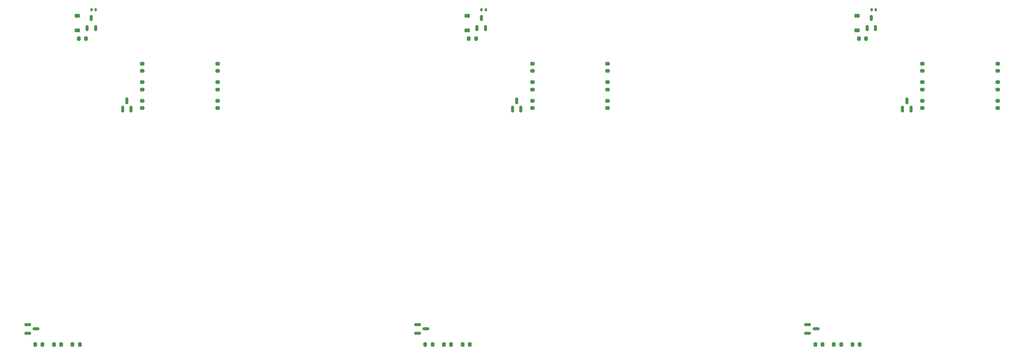
<source format=gbp>
%TF.GenerationSoftware,KiCad,Pcbnew,7.0.9*%
%TF.CreationDate,2025-04-01T10:19:45-06:00*%
%TF.ProjectId,2023-24_Power_Supply,32303233-2d32-4345-9f50-6f7765725f53,rev?*%
%TF.SameCoordinates,Original*%
%TF.FileFunction,Paste,Bot*%
%TF.FilePolarity,Positive*%
%FSLAX46Y46*%
G04 Gerber Fmt 4.6, Leading zero omitted, Abs format (unit mm)*
G04 Created by KiCad (PCBNEW 7.0.9) date 2025-04-01 10:19:45*
%MOMM*%
%LPD*%
G01*
G04 APERTURE LIST*
G04 Aperture macros list*
%AMRoundRect*
0 Rectangle with rounded corners*
0 $1 Rounding radius*
0 $2 $3 $4 $5 $6 $7 $8 $9 X,Y pos of 4 corners*
0 Add a 4 corners polygon primitive as box body*
4,1,4,$2,$3,$4,$5,$6,$7,$8,$9,$2,$3,0*
0 Add four circle primitives for the rounded corners*
1,1,$1+$1,$2,$3*
1,1,$1+$1,$4,$5*
1,1,$1+$1,$6,$7*
1,1,$1+$1,$8,$9*
0 Add four rect primitives between the rounded corners*
20,1,$1+$1,$2,$3,$4,$5,0*
20,1,$1+$1,$4,$5,$6,$7,0*
20,1,$1+$1,$6,$7,$8,$9,0*
20,1,$1+$1,$8,$9,$2,$3,0*%
G04 Aperture macros list end*
%ADD10RoundRect,0.200000X0.200000X0.275000X-0.200000X0.275000X-0.200000X-0.275000X0.200000X-0.275000X0*%
%ADD11RoundRect,0.200000X-0.200000X-0.275000X0.200000X-0.275000X0.200000X0.275000X-0.200000X0.275000X0*%
%ADD12RoundRect,0.200000X-0.275000X0.200000X-0.275000X-0.200000X0.275000X-0.200000X0.275000X0.200000X0*%
%ADD13RoundRect,0.200000X0.275000X-0.200000X0.275000X0.200000X-0.275000X0.200000X-0.275000X-0.200000X0*%
%ADD14RoundRect,0.150000X0.150000X-0.512500X0.150000X0.512500X-0.150000X0.512500X-0.150000X-0.512500X0*%
%ADD15RoundRect,0.150000X-0.587500X-0.150000X0.587500X-0.150000X0.587500X0.150000X-0.587500X0.150000X0*%
%ADD16RoundRect,0.140000X-0.140000X-0.170000X0.140000X-0.170000X0.140000X0.170000X-0.140000X0.170000X0*%
%ADD17RoundRect,0.150000X0.150000X-0.587500X0.150000X0.587500X-0.150000X0.587500X-0.150000X-0.587500X0*%
%ADD18RoundRect,0.225000X-0.375000X0.225000X-0.375000X-0.225000X0.375000X-0.225000X0.375000X0.225000X0*%
G04 APERTURE END LIST*
D10*
%TO.C,R23*%
X185825000Y-168400000D03*
X184175000Y-168400000D03*
%TD*%
D11*
%TO.C,R119*%
X270750000Y-237500000D03*
X272400000Y-237500000D03*
%TD*%
D12*
%TO.C,R58*%
X391500000Y-178275000D03*
X391500000Y-179925000D03*
%TD*%
D13*
%TO.C,R56*%
X374500000Y-184125000D03*
X374500000Y-182475000D03*
%TD*%
D14*
%TO.C,Q26*%
X363950000Y-166037500D03*
X362050000Y-166037500D03*
X363000000Y-163762500D03*
%TD*%
D12*
%TO.C,R38*%
X303500000Y-178275000D03*
X303500000Y-179925000D03*
%TD*%
%TO.C,R18*%
X215500000Y-182475000D03*
X215500000Y-184125000D03*
%TD*%
D15*
%TO.C,Q33*%
X172637500Y-234950000D03*
X172637500Y-233050000D03*
X174512500Y-234000000D03*
%TD*%
%TO.C,Q41*%
X348637501Y-234950000D03*
X348637501Y-233050000D03*
X350512501Y-234000000D03*
%TD*%
D11*
%TO.C,R101*%
X174350000Y-237500000D03*
X176000000Y-237500000D03*
%TD*%
D10*
%TO.C,R65*%
X361825000Y-168400000D03*
X360175000Y-168400000D03*
%TD*%
D12*
%TO.C,R40*%
X303500000Y-182475000D03*
X303500000Y-184125000D03*
%TD*%
D10*
%TO.C,R45*%
X273825000Y-168400000D03*
X272175000Y-168400000D03*
%TD*%
D16*
%TO.C,C31*%
X187040000Y-161900000D03*
X188000000Y-161900000D03*
%TD*%
D11*
%TO.C,R133*%
X350350001Y-237500000D03*
X352000001Y-237500000D03*
%TD*%
D17*
%TO.C,Q22*%
X371950000Y-184337500D03*
X370050000Y-184337500D03*
X371000000Y-182462500D03*
%TD*%
D13*
%TO.C,R34*%
X286500000Y-175725000D03*
X286500000Y-174075000D03*
%TD*%
D11*
%TO.C,R104*%
X178550000Y-237500000D03*
X180200000Y-237500000D03*
%TD*%
D16*
%TO.C,C43*%
X363040000Y-161900000D03*
X364000000Y-161900000D03*
%TD*%
D13*
%TO.C,R35*%
X286500000Y-179925000D03*
X286500000Y-178275000D03*
%TD*%
%TO.C,R13*%
X198500000Y-179925000D03*
X198500000Y-178275000D03*
%TD*%
D12*
%TO.C,R60*%
X391500000Y-182475000D03*
X391500000Y-184125000D03*
%TD*%
D18*
%TO.C,D8*%
X183800000Y-163250000D03*
X183800000Y-166550000D03*
%TD*%
D12*
%TO.C,R16*%
X215500000Y-178275000D03*
X215500000Y-179925000D03*
%TD*%
D17*
%TO.C,Q4*%
X195950000Y-184337500D03*
X194050000Y-184337500D03*
X195000000Y-182462500D03*
%TD*%
%TO.C,Q13*%
X283950000Y-184337500D03*
X282050000Y-184337500D03*
X283000000Y-182462500D03*
%TD*%
D13*
%TO.C,R55*%
X374500000Y-179925000D03*
X374500000Y-178275000D03*
%TD*%
D11*
%TO.C,R121*%
X266550001Y-237500000D03*
X268200001Y-237500000D03*
%TD*%
%TO.C,R102*%
X182750000Y-237500000D03*
X184400000Y-237500000D03*
%TD*%
D12*
%TO.C,R37*%
X303500000Y-174075000D03*
X303500000Y-175725000D03*
%TD*%
D13*
%TO.C,R36*%
X286500000Y-184125000D03*
X286500000Y-182475000D03*
%TD*%
D16*
%TO.C,C37*%
X275040000Y-161900000D03*
X276000000Y-161900000D03*
%TD*%
D18*
%TO.C,D11*%
X271800000Y-163250000D03*
X271800000Y-166550000D03*
%TD*%
D13*
%TO.C,R54*%
X374500000Y-175725000D03*
X374500000Y-174075000D03*
%TD*%
D11*
%TO.C,R134*%
X358750000Y-237500000D03*
X360400000Y-237500000D03*
%TD*%
%TO.C,R136*%
X354550001Y-237500000D03*
X356200001Y-237500000D03*
%TD*%
D13*
%TO.C,R12*%
X198500000Y-175725000D03*
X198500000Y-174075000D03*
%TD*%
D18*
%TO.C,D14*%
X359800000Y-163250000D03*
X359800000Y-166550000D03*
%TD*%
D14*
%TO.C,Q17*%
X275950000Y-166037500D03*
X274050000Y-166037500D03*
X275000000Y-163762500D03*
%TD*%
D12*
%TO.C,R15*%
X215500000Y-174075000D03*
X215500000Y-175725000D03*
%TD*%
%TO.C,R57*%
X391500000Y-174075000D03*
X391500000Y-175725000D03*
%TD*%
D13*
%TO.C,R14*%
X198500000Y-184125000D03*
X198500000Y-182475000D03*
%TD*%
D14*
%TO.C,Q8*%
X187950000Y-166037500D03*
X186050000Y-166037500D03*
X187000000Y-163762500D03*
%TD*%
D11*
%TO.C,R118*%
X262350001Y-237500000D03*
X264000001Y-237500000D03*
%TD*%
D15*
%TO.C,Q37*%
X260637501Y-234950000D03*
X260637501Y-233050000D03*
X262512501Y-234000000D03*
%TD*%
M02*

</source>
